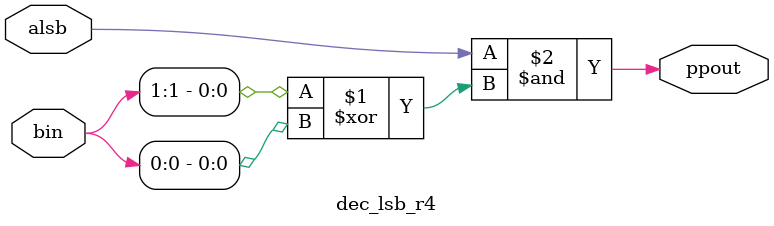
<source format=sv>
`timescale 1ns / 1ps


module dec_lsb_r4(
    input logic alsb,
    input logic [1:0]bin,
    output logic ppout
    );

    assign ppout = alsb & (bin[1] ^ bin[0]);
endmodule

</source>
